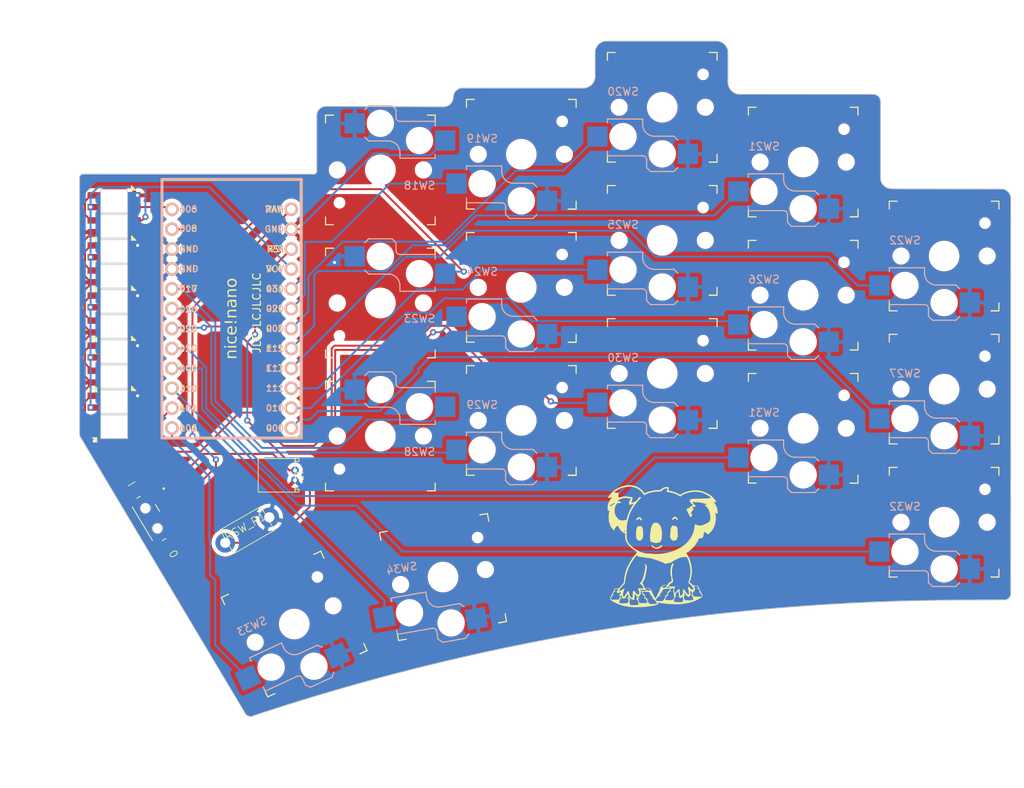
<source format=kicad_pcb>
(kicad_pcb (version 20221018) (generator pcbnew)
  (layers (0 "F.Cu" signal) (31 "B.Cu" signal) (34 "B.Paste" user) (35 "F.Paste" user) (36 "B.SilkS" user "B.Silkscreen") (37 "F.SilkS" user "F.Silkscreen") (38 "B.Mask" user) (39 "F.Mask" user) (44 "Edge.Cuts" user))
  (net 0 "")
  (net 1 "BAT+_R")
  (net 2 "GND_R")
  (net 3 "VCC_R")
  (net 4 "Net-(L11-DOUT)")
  (net 5 "LED_R")
  (net 6 "Net-(L12-DOUT)")
  (net 7 "Net-(L13-DOUT)")
  (net 8 "Net-(L14-DOUT)")
  (net 9 "Net-(L15-DOUT)")
  (net 10 "Net-(L16-DOUT)")
  (net 11 "Net-(L17-DOUT)")
  (net 12 "Net-(L18-DOUT)")
  (net 13 "Net-(L19-DOUT)")
  (net 15 "BAT_SW_R")
  (net 21 "RST_R")
  (net 22 "SW18")
  (net 23 "SW19")
  (net 24 "SW20")
  (net 25 "SW21")
  (net 26 "SW22")
  (net 27 "SW23")
  (net 28 "SW24")
  (net 29 "SW27")
  (net 30 "SW28")
  (net 31 "SW29")
  (net 32 "SW30")
  (net 33 "SW33")
  (net 34 "SW34")
  (net 35 "SW25")
  (net 36 "SW32")
  (net 37 "SW26")
  (net 38 "SW31")
  (footprint "KoalaKeeb:SK6812-MINI-E" (layer "F.Cu") (at 44 70.8 180)
    (fp_text reference "L20" hide)
    (fp_text value "~" hide)
    (fp_line (start -1.7 -1.5) (end 1.7 -1.5) (stroke (width 0.12)) (layer "Edge.Cuts"))
    (fp_line (start -1.7 1.5) (end -1.7 -1.5) (stroke (width 0.12)) (layer "Edge.Cuts"))
    (fp_line (start 1.7 -1.5) (end 1.7 1.5) (stroke (width 0.12)) (layer "Edge.Cuts"))
    (fp_line (start 1.7 1.5) (end -1.7 1.5) (stroke (width 0.12)) (layer "Edge.Cuts"))
  )
  (footprint "KoalaKeeb:Koalalogo" (layer "F.Cu") (at 114 86)
    (fp_text reference "G***" hide)
    (fp_text value "LOGO" hide)
  )
  (footprint "KoalaKeeb:JLC 2Pin" (layer "F.Cu") (at 67.096 77 -90)
    (fp_text reference "J2")
    (fp_text value "JLC_Battery_Con_R")
  )
  (footprint "KoalaKeeb:Kailh_socket_PG1350" (layer "F.Cu") (at 150 66)
    (fp_text reference "SW27")
    (fp_text value "Switch_SW_Push")
  )
  (footprint "KoalaKeeb:SK6812-MINI-E" (layer "F.Cu") (at 44 58 180)
    (fp_text reference "L16" hide)
    (fp_text value "~" hide)
    (fp_line (start -1.7 -1.5) (end 1.7 -1.5) (stroke (width 0.12)) (layer "Edge.Cuts"))
    (fp_line (start -1.7 1.5) (end -1.7 -1.5) (stroke (width 0.12)) (layer "Edge.Cuts"))
    (fp_line (start 1.7 -1.5) (end 1.7 1.5) (stroke (width 0.12)) (layer "Edge.Cuts"))
    (fp_line (start 1.7 1.5) (end -1.7 1.5) (stroke (width 0.12)) (layer "Edge.Cuts"))
  )
  (footprint "KoalaKeeb:SK6812-MINI-E" (layer "F.Cu") (at 44 54.8)
    (fp_text reference "L15" hide)
    (fp_text value "~" hide)
    (fp_line (start -1.7 -1.5) (end 1.7 -1.5) (stroke (width 0.12)) (layer "Edge.Cuts"))
    (fp_line (start -1.7 1.5) (end -1.7 -1.5) (stroke (width 0.12)) (layer "Edge.Cuts"))
    (fp_line (start 1.7 -1.5) (end 1.7 1.5) (stroke (width 0.12)) (layer "Edge.Cuts"))
    (fp_line (start 1.7 1.5) (end -1.7 1.5) (stroke (width 0.12)) (layer "Edge.Cuts"))
  )
  (footprint "KoalaKeeb:Kailh_socket_PG1350" (layer "F.Cu") (at 132 37)
    (fp_text reference "SW21")
    (fp_text value "Switch_SW_Push")
  )
  (footprint "KoalaKeeb:Kailh_socket_PG1350" (layer "F.Cu") (at 96 53)
    (fp_text reference "SW24")
    (fp_text value "Switch_SW_Push")
  )
  (footprint "KoalaKeeb:Kailh_socket_PG1350" (layer "F.Cu") (at 78 55 180)
    (fp_text reference "SW23")
    (fp_text value "Switch_SW_Push")
  )
  (footprint "KoalaKeeb:SK6812-MINI-E" (layer "F.Cu") (at 44 45.2 180)
    (fp_text reference "L12" hide)
    (fp_text value "~" hide)
    (fp_line (start -1.7 -1.5) (end 1.7 -1.5) (stroke (width 0.12)) (layer "Edge.Cuts"))
    (fp_line (start -1.7 1.5) (end -1.7 -1.5) (stroke (width 0.12)) (layer "Edge.Cuts"))
    (fp_line (start 1.7 -1.5) (end 1.7 1.5) (stroke (width 0.12)) (layer "Edge.Cuts"))
    (fp_line (start 1.7 1.5) (end -1.7 1.5) (stroke (width 0.12)) (layer "Edge.Cuts"))
  )
  (footprint "KoalaKeeb:SK6812-MINI-E" (layer "F.Cu") (at 44 42)
    (fp_text reference "L11" hide)
    (fp_text value "~" hide)
    (fp_line (start -1.7 -1.5) (end 1.7 -1.5) (stroke (width 0.12)) (layer "Edge.Cuts"))
    (fp_line (start -1.7 1.5) (end -1.7 -1.5) (stroke (width 0.12)) (layer "Edge.Cuts"))
    (fp_line (start 1.7 -1.5) (end 1.7 1.5) (stroke (width 0.12)) (layer "Edge.Cuts"))
    (fp_line (start 1.7 1.5) (end -1.7 1.5) (stroke (width 0.12)) (layer "Edge.Cuts"))
  )
  (footprint "KoalaKeeb:Kailh_socket_PG1350" (layer "F.Cu") (at 96 70)
    (fp_text reference "SW29")
    (fp_text value "Switch_SW_Push")
  )
  (footprint "KoalaKeeb:Kailh_socket_PG1350" (layer "F.Cu") (at 86 90 10)
    (fp_text reference "SW34")
    (fp_text value "Switch_SW_Push")
  )
  (footprint "KoalaKeeb:Kailh_socket_PG1350" (layer "F.Cu") (at 96 36)
    (fp_text reference "SW19")
    (fp_text value "Switch_SW_Push")
  )
  (footprint "KoalaKeeb:Kailh_socket_PG1350" (layer "F.Cu") (at 67 96 25)
    (fp_text reference "SW33")
    (fp_text value "Switch_SW_Push")
  )
  (footprint "KoalaKeeb:SK6812-MINI-E" (layer "F.Cu") (at 44 67.6)
    (fp_text reference "L19" hide)
    (fp_text value "~" hide)
    (fp_line (start -1.7 -1.5) (end 1.7 -1.5) (stroke (width 0.12)) (layer "Edge.Cuts"))
    (fp_line (start -1.7 1.5) (end -1.7 -1.5) (stroke (width 0.12)) (layer "Edge.Cuts"))
    (fp_line (start 1.7 -1.5) (end 1.7 1.5) (stroke (width 0.12)) (layer "Edge.Cuts"))
    (fp_line (start 1.7 1.5) (end -1.7 1.5) (stroke (width 0.12)) (layer "Edge.Cuts"))
  )
  (footprint "KoalaKeeb:MSK12C02" (layer "F.Cu") (at 48.76 82.5 -59)
    (fp_text reference "power_switch_R1" hide)
    (fp_text value "MSK12C02" hide)
  )
  (footprint "KoalaKeeb:Kailh_socket_PG1350" (layer "F.Cu") (at 132 54)
    (fp_text reference "SW26")
    (fp_text value "Switch_SW_Push")
  )
  (footprint "KoalaKeeb:Kailh_socket_PG1350" (layer "F.Cu") (at 114 64)
    (fp_text reference "SW30")
    (fp_text value "Switch_SW_Push")
  )
  (footprint "KoalaKeeb:SK6812-MINI-E" (layer "F.Cu") (at 44 64.4 180)
    (fp_text reference "L18" hide)
    (fp_text value "~" hide)
    (fp_line (start -1.7 -1.5) (end 1.7 -1.5) (stroke (width 0.12)) (layer "Edge.Cuts"))
    (fp_line (start -1.7 1.5) (end -1.7 -1.5) (stroke (width 0.12)) (layer "Edge.Cuts"))
    (fp_line (start 1.7 -1.5) (end 1.7 1.5) (stroke (width 0.12)) (layer "Edge.Cuts"))
    (fp_line (start 1.7 1.5) (end -1.7 1.5) (stroke (width 0.12)) (layer "Edge.Cuts"))
  )
  (footprint "KoalaKeeb:SK6812-MINI-E" (layer "F.Cu") (at 44 48.4)
    (fp_text reference "L13" hide)
    (fp_text value "~" hide)
    (fp_line (start -1.7 -1.5) (end 1.7 -1.5) (stroke (width 0.12)) (layer "Edge.Cuts"))
    (fp_line (start -1.7 1.5) (end -1.7 -1.5) (stroke (width 0.12)) (layer "Edge.Cuts"))
    (fp_line (start 1.7 -1.5) (end 1.7 1.5) (stroke (width 0.12)) (layer "Edge.Cuts"))
    (fp_line (start 1.7 1.5) (end -1.7 1.5) (stroke (width 0.12)) (layer "Edge.Cuts"))
  )
  (footprint "KoalaKeeb:Kailh_socket_PG1350" (layer "F.Cu") (at 132 71)
    (fp_text reference "SW31")
    (fp_text value "Switch_SW_Push")
  )
  (footprint "KoalaKeeb:Kailh_socket_PG1350" (layer "F.Cu") (at 78 72 180)
    (fp_text reference "SW28")
    (fp_text value "Switch_SW_Push")
  )
  (footprint "KoalaKeeb:Kailh_socket_PG1350" (layer "F.Cu") (at 150 83)
    (fp_text reference "SW32")
    (fp_text value "Switch_SW_Push")
  )
  (footprint "KoalaKeeb:SK6812-MINI-E" (layer "F.Cu") (at 44 51.6 180)
    (fp_text reference "L14" hide)
    (fp_text value "~" hide)
    (fp_line (start -1.7 -1.5) (end 1.7 -1.5) (stroke (width 0.12)) (layer "Edge.Cuts"))
    (fp_line (start -1.7 1.5) (end -1.7 -1.5) (stroke (width 0.12)) (layer "Edge.Cuts"))
    (fp_line (start 1.7 -1.5) (end 1.7 1.5) (stroke (width 0.12)) (layer "Edge.Cuts"))
    (fp_line (start 1.7 1.5) (end -1.7 1.5) (stroke (width 0.12)) (layer "Edge.Cuts"))
  )
  (footprint "KoalaKeeb:Kailh_socket_PG1350" (layer "F.Cu") (at 78 38 180)
    (fp_text reference "SW18")
    (fp_text value "Switch_SW_Push")
  )
  (footprint "KoalaKeeb:TS-1136-4.3" (layer "F.Cu") (at 61 84 30)
    (fp_text reference "RSW_R1")
    (fp_text value "Switch_SW_Push")
  )
  (footprint "KoalaKeeb:nice!nano" (layer "F.Cu") (at 59 57 -90)
    (fp_text reference "U2" hide)
    (fp_text value "Nice!Nano_R" hide)
  )
  (footprint "KoalaKeeb:Kailh_socket_PG1350" (layer "F.Cu") (at 114 30)
    (fp_text reference "SW20")
    (fp_text value "Switch_SW_Push")
  )
  (footprint "KoalaKeeb:Kailh_socket_PG1350" (layer "F.Cu") (at 114 47)
    (fp_text reference "SW25")
    (fp_text value "Switch_SW_Push")
  )
  (footprint "KoalaKeeb:Kailh_socket_PG1350" (layer "F.Cu") (at 150 49)
    (fp_text reference "SW22")
    (fp_text value "Switch_SW_Push")
  )
  (footprint "KoalaKeeb:SK6812-MINI-E" (layer "F.Cu") (at 44 61.2)
    (fp_text reference "L17" hide)
    (fp_text value "~" hide)
    (fp_line (start -1.7 -1.5) (end 1.7 -1.5) (stroke (width 0.12)) (layer "Edge.Cuts"))
    (fp_line (start -1.7 1.5) (end -1.7 -1.5) (stroke (width 0.12)) (layer "Edge.Cuts"))
    (fp_line (start 1.7 -1.5) (end 1.7 1.5) (stroke (width 0.12)) (layer "Edge.Cuts"))
    (fp_line (start 1.7 1.5) (end -1.7 1.5) (stroke (width 0.12)) (layer "Edge.Cuts"))
  )
  (gr_arc (start 123.91397 28.329603) (mid 122.85331 27.890263) (end 122.41397 26.829603) (stroke (width 0.1)) (layer "Edge.Cuts"))
  (gr_line (start 158.51397 51.829603) (end 158.51397 59.029603) (stroke (width 0.1)) (layer "Edge.Cuts"))
  (gr_line (start 60.77397 107.489603) (end 39.86397 72.429603) (stroke (width 0.1)) (layer "Edge.Cuts"))
  (gr_line (start 157.313983 40.425439) (end 145.12397 40.409603) (stroke (width 0.1)) (layer "Edge.Cuts"))
  (gr_arc (start 39.57397 38.999603) (mid 39.714548 38.660172) (end 40.05397 38.519603) (stroke (width 0.1)) (layer "Edge.Cuts"))
  (gr_arc (start 143.26397 40.389639) (mid 142.291679 39.988965) (end 141.88397 39.019603) (stroke (width 0.1)) (layer "Edge.Cuts"))
  (gr_line (start 153.01397 92.956004) (end 157.71397 92.929603) (stroke (width 0.1)) (layer "Edge.Cuts"))
  (gr_arc (start 69.873897 38.138752) (mid 69.7697 38.424719) (end 69.48397 38.529602) (stroke (width 0.1)) (layer "Edge.Cuts"))
  (gr_arc (start 105.41397 26.129603) (mid 104.965357 27.12389) (end 103.95331 27.530862) (stroke (width 0.1)) (layer "Edge.Cuts"))
  (gr_arc (start 140.99397 28.339604) (mid 141.623931 28.606713) (end 141.884025 29.239603) (stroke (width 0.1)) (layer "Edge.Cuts"))
  (gr_line (start 143.26397 40.389639) (end 145.12397 40.409603) (stroke (width 0.1)) (layer "Edge.Cuts"))
  (gr_line (start 86.062501 29.926505) (end 71.065439 29.876913) (stroke (width 0.1)) (layer "Edge.Cuts"))
  (gr_arc (start 158.51 92.05) (mid 158.307132 92.666407) (end 157.71397 92.929603) (stroke (width 0.1)) (layer "Edge.Cuts"))
  (gr_line (start 39.619263 72.011957) (end 39.86397 72.429603) (stroke (width 0.1)) (layer "Edge.Cuts"))
  (gr_line (start 39.57397 38.999603) (end 39.57397 71.809603) (stroke (width 0.1)) (layer "Edge.Cuts"))
  (gr_arc (start 69.86128 31.081072) (mid 70.213968 30.229593) (end 71.065439 29.876913) (stroke (width 0.1)) (layer "Edge.Cuts"))
  (gr_arc (start 157.313983 40.425439) (mid 158.165434 40.778141) (end 158.518121 41.629598) (stroke (width 0.1)) (layer "Edge.Cuts"))
  (gr_line (start 69.24397 38.529603) (end 69.48397 38.529603) (stroke (width 0.1)) (layer "Edge.Cuts"))
  (gr_line (start 122.41397 26.829603) (end 122.41397 23.029603) (stroke (width 0.1)) (layer "Edge.Cuts"))
  (gr_line (start 158.51 92.05) (end 158.51397 59.029603) (stroke (width 0.1)) (layer "Edge.Cuts"))
  (gr_arc (start 87.309811 28.729603) (mid 86.926826 29.578852) (end 86.062501 29.926505) (stroke (width 0.1)) (layer "Edge.Cuts"))
  (gr_arc (start 61.810898 107.720388) (mid 106.818766 96.670971) (end 153.01397 92.956004) (stroke (width 0.1)) (layer "Edge.Cuts"))
  (gr_arc (start 120.91397 21.529603) (mid 121.97463 21.968943) (end 122.41397 23.029603) (stroke (width 0.1)) (layer "Edge.Cuts"))
  (gr_line (start 103.95331 27.530862) (end 88.51397 27.529603) (stroke (width 0.1)) (layer "Edge.Cuts"))
  (gr_arc (start 39.619263 72.011957) (mid 39.584232 71.913551) (end 39.57397 71.809603) (stroke (width 0.1)) (layer "Edge.Cuts"))
  (gr_arc (start 61.810898 107.720387) (mid 61.249169 107.800791) (end 60.775279 107.488657) (stroke (width 0.1)) (layer "Edge.Cuts"))
  (gr_line (start 120.91397 21.529603) (end 106.91397 21.529603) (stroke (width 0.1)) (layer "Edge.Cuts"))
  (gr_line (start 140.99397 28.339603) (end 123.91397 28.329603) (stroke (width 0.1)) (layer "Edge.Cuts"))
  (gr_arc (start 87.309811 28.729603) (mid 87.66249 27.878115) (end 88.51397 27.525444) (stroke (width 0.1)) (layer "Edge.Cuts"))
  (gr_arc (start 105.41397 23.029603) (mid 105.85331 21.968943) (end 106.91397 21.529603) (stroke (width 0.1)) (layer "Edge.Cuts"))
  (gr_line (start 69.86128 31.081072) (end 69.86397 38.139603) (stroke (width 0.1)) (layer "Edge.Cuts"))
  (gr_line (start 105.41397 23.029603) (end 105.41397 26.129603) (stroke (width 0.1)) (layer "Edge.Cuts"))
  (gr_line (start 158.518121 41.629598) (end 158.51397 51.829603) (stroke (width 0.1)) (layer "Edge.Cuts"))
  (gr_line (start 141.884025 29.239603) (end 141.88397 39.019603) (stroke (width 0.1)) (layer "Edge.Cuts"))
  (gr_line (start 40.05397 38.519603) (end 69.24397 38.529603) (stroke (width 0.1)) (layer "Edge.Cuts"))
  (gr_text "JLCJLCJLCJLC" (at 62.8 61.5 90) (layer "F.SilkS") (effects (font (size 1 1)) (justify left bottom)))
  (segment (start 50.017843 79.618553) (end 49.186924 79.618553) (width 0.25) (layer "F.Cu") (net 1))
  (segment (start 55.361396 74.275) (end 50.017843 79.618553) (width 0.25) (layer "F.Cu") (net 1))
  (segment (start 55.361396 74.275) (end 64.275 74.275) (width 0.25) (layer "F.Cu") (net 1))
  (segment (start 66.375 76.375) (end 67.096 76.375) (width 0.25) (layer "F.Cu") (net 1))
  (segment (start 64.275 74.275) (end 66.375 76.375) (width 0.25) (layer "F.Cu") (net 1))
  (segment (start 41.45 71.55) (end 41.45 72.6) (width 0.25) (layer "F.Cu") (net 2))
  (segment (start 41.04 52.35) (end 41.45 52.35) (width 0.25) (layer "F.Cu") (net 2))
  (segment (start 41.45 72.6) (end 41.47 72.62) (width 0.25) (layer "F.Cu") (net 2))
  (segment (start 41.04 58.75) (end 41.45 58.75) (width 0.25) (layer "F.Cu") (net 2))
  (segment (start 41.24 52.35) (end 39.805 53.785) (width 0.25) (layer "F.Cu") (net 2))
  (segment (start 39.825 70.335) (end 41.04 71.55) (width 0.25) (layer "F.Cu") (net 2))
  (segment (start 40.68 46.51) (end 39.825 47.365) (width 0.25) (layer "F.Cu") (net 2))
  (segment (start 39.805 57.515) (end 41.04 58.75) (width 0.25) (layer "F.Cu") (net 2))
  (segment (start 41.45 58.75) (end 41.24 58.75) (width 0.25) (layer "F.Cu") (net 2))
  (segment (start 39.825 47.365) (end 39.825 51.135) (width 0.25) (layer "F.Cu") (net 2))
  (segment (start 41.47 72.65) (end 41.5 72.65) (width 0.25) (layer "F.Cu") (net 2))
  (segment (start 39.825 51.135) (end 41.04 52.35) (width 0.25) (layer "F.Cu") (net 2))
  (segment (start 41.24 65.15) (end 39.825 66.565) (width 0.25) (layer "F.Cu") (net 2))
  (segment (start 39.805 53.785) (end 39.805 57.515) (width 0.25) (layer "F.Cu") (net 2))
  (segment (start 41.45 65.15) (end 41.24 65.15) (width 0.25) (layer "F.Cu") (net 2))
  (segment (start 39.825 66.565) (end 39.825 70.335) (width 0.25) (layer "F.Cu") (net 2))
  (segment (start 39.815 63.925) (end 41.04 65.15) (width 0.25) (layer "F.Cu") (net 2))
  (segment (start 41.47 72.62) (end 41.47 72.65) (width 0.25) (layer "F.Cu") (net 2))
  (segment (start 41.45 46.51) (end 40.68 46.51) (width 0.25) (layer "F.Cu") (net 2))
  (segment (start 41.04 71.55) (end 41.45 71.55) (width 0.25) (layer "F.Cu") (net 2))
  (segment (start 41.45 45.95) (end 41.45 46.51) (width 0.25) (layer "F.Cu") (net 2))
  (segment (start 41.04 65.15) (end 41.45 65.15) (width 0.25) (layer "F.Cu") (net 2))
  (segment (start 67.89 45.57) (end 66.62 45.57) (width 0.25) (layer "F.Cu") (net 2))
  (segment (start 41.45 52.35) (end 41.24 52.35) (width 0.25) (layer "F.Cu") (net 2))
  (segment (start 39.815 60.175) (end 39.815 63.925) (width 0.25) (layer "F.Cu") (net 2))
  (segment (start 41.24 58.75) (end 39.815 60.175) (width 0.25) (layer "F.Cu") (net 2))
  (segment (start 72.14 49.82) (end 67.89 45.57) (width 0.25) (layer "F.Cu") (net 2))
  (segment (start 41.5 72.65) (end 41.48 72.63) (width 0.25) (layer "F.Cu") (net 2))
  (via (at 72.14 49.82) (size 0.8) (drill 0.4) (layers "F.Cu" "B.Cu") (net 2))
  (via (at 46.99 47.64) (size 0.8) (drill 0.4) (layers "F.Cu" "B.Cu") (net 2))
  (via (at 46.99 54.06) (size 0.8) (drill 0.4) (layers "F.Cu" "B.Cu") (net 2))
  (via (at 46.99 60.45) (size 0.8) (drill 0.4) (layers "F.Cu" "B.Cu") (net 2))
  (via (at 46.97 41.24) (size 0.8) (drill 0.4) (layers "F.Cu" "B.Cu") (net 2))
  (via (at 41.47 72.65) (size 0.8) (drill 0.4) (layers "F.Cu" "B.Cu") (net 2))
  (via (at 46.99 66.85) (size 0.8) (drill 0.4) (layers "F.Cu" "B.Cu") (net 2))
  (segment (start 47.55 44.45) (end 48 44) (width 0.25) (layer "F.Cu") (net 3))
  (segment (start 46.99 70.05) (end 46.55 70.05) (width 0.25) (layer "F.Cu") (net 3))
  (segment (start 48.175 52.035) (end 48.175 55.835) (width 0.25) (layer "F.Cu") (net 3))
  (segment (start 46.96 63.65) (end 46.55 63.65) (width 0.25) (layer "F.Cu") (net 3))
  (segment (start 46.99 63.65) (end 48.175 64.835) (width 0.25) (layer "F.Cu") (net 3))
  (segment (start 46.96 44.45) (end 48.175 45.665) (width 0.25) (layer "F.Cu") (net 3))
  (segment (start 46.76 57.25) (end 46.55 57.25) (width 0.25) (layer "F.Cu") (net 3))
  (segment (start 46.55 50.85) (end 46.99 50.85) (width 0.25) (layer "F.Cu") (net 3))
  (segment (start 48.175 49.435) (end 46.76 50.85) (width 0.25) (layer "F.Cu") (net 3))
  (segment (start 48.175 55.835) (end 46.76 57.25) (width 0.25) (layer "F.Cu") (net 3))
  (segment (start 48.18 58.44) (end 48.18 62.43) (width 0.25) (layer "F.Cu") (net 3))
  (segment (start 46.99 57.25) (end 48.18 58.44) (width 0.25) (layer "F.Cu") (net 3))
  (segment (start 46.55 63.65) (end 46.99 63.65) (width 0.25) (layer "F.Cu") (net 3))
  (segment (start 48.175 45.665) (end 48.175 49.435) (width 0.25) (layer "F.Cu") (net 3))
  (segment (start 46.55 57.25) (end 46.99 57.25) (width 0.25) (layer "F.Cu") (net 3))
  (segment (start 48.175 68.865) (end 46.99 70.05) (width 0.25) (layer "F.Cu") (net 3))
  (segment (start 46.55 44.45) (end 47.55 44.45) (width 0.25) (layer "F.Cu") (net 3))
  (segment (start 48.175 64.835) (end 48.175 68.865) (width 0.25) (layer "F.Cu") (net 3))
  (segment (start 46.55 44.45) (end 46.96 44.45) (width 0.25) (layer "F.Cu") (net 3))
  (segment (start 48.18 62.43) (end 46.96 63.65) (width 0.25) (layer "F.Cu") (net 3))
  (segment (start 46.99 50.85) (end 48.175 52.035) (width 0.25) (layer "F.Cu") (net 3))
  (segment (start 46.76 50.85) (end 46.55 50.85) (width 0.25) (layer "F.Cu") (net 3))
  (via (at 41 49.14) (size 0.8) (drill 0.4) (layers "F.Cu" "B.Cu") (net 3))
  (via (at 40.99 61.95) (size 0.8) (drill 0.4) (layers "F.Cu" "B.Cu") (net 3))
  (via (at 41.02 68.34) (size 0.8) (drill 0.4) (layers "F.Cu" "B.Cu") (net 3))
  (via (at 40.99 42.74) (size 0.8) (drill 0.4) (layers "F.Cu" "B.Cu") (net 3))
  (via (at 40.98 55.54) (size 0.8) (drill 0.4) (layers "F.Cu" "B.Cu") (net 3))
  (via (at 48 44) (size 0.8) (drill 0.4) (layers "F.Cu" "B.Cu") (net 3))
  (segment (start 40.99 49.13) (end 41 49.14) (width 0.25) (layer "B.Cu") (net 3))
  (segment (start 41.96 40.19) (end 48 40.19) (width 0.25) (layer "B.Cu") (net 3))
  (segment (start 48 44) (end 48 40.19) (width 0.25) (layer "B.Cu") (net 3))
  (segment (start 56.16 40.19) (end 66.62 50.65) (width 0.25) (layer "B.Cu") (net 3))
  (segment (start 40.99 42.74) (end 40.99 49.13) (width 0.25) (layer "B.Cu") (net 3))
  (segment (start 40.98 61.94) (end 40.99 61.95) (width 0.25) (layer "B.Cu") (net 3))
  (segment (start 40.99 61.95) (end 40.99 68.31) (width 0.25) (layer "B.Cu") (net 3))
  (segment (start 48 40.19) (end 56.16 40.19) (width 0.25) (layer "B.Cu") (net 3))
  (segment (start 40.99 68.31) (end 41.02 68.34) (width 0.25) (layer "B.Cu") (net 3))
  (segment (start 41 55.52) (end 40.98 55.54) (width 0.25) (layer "B.Cu") (net 3))
  (segment (start 40.99 41.16) (end 41.96 40.19) (width 0.25) (layer "B.Cu") (net 3))
  (segment (start 40.98 55.54) (end 40.98 61.94) (width 0.25) (layer "B.Cu") (net 3))
  (segment (start 41 49.14) (end 41 55.52) (width 0.25) (layer "B.Cu") (net 3))
  (segment (start 40.99 42.74) (end 40.99 41.16) (width 0.25) (layer "B.Cu") (net 3))
  (segment (start 40.265 41.995) (end 40.265 43.705) (width 0.25) (layer "F.Cu") (net 4))
  (segment (start 41.45 41.25) (end 41.01 41.25) (width 0.25) (layer "F.Cu") (net 4))
  (segment (start 41.45 41.25) (end 41.04 41.25) (width 0.25) (layer "F.Cu") (net 4))
  (segment (start 41.04 41.25) (end 40.265 42.025) (width 0.25) (layer "F.Cu") (net 4))
  (segment (start 41.01 41.25) (end 40.265 41.995) (width 0.25) (layer "F.Cu") (net 4))
  (segment (start 40.265 42.025) (end 40.265 43.705) (width 0.25) (layer "F.Cu") (net 4))
  (segment (start 40.265 43.705) (end 41.01 44.45) (width 0.25) (layer "F.Cu") (net 4))
  (segment (start 41.01 44.45) (end 41.45 44.45) (width 0.25) (layer "F.Cu") (net 4))
  (segment (start 51.1 42.75) (end 51.38 43.03) (width 0.25) (layer "F.Cu") (net 5))
  (segment (start 46.55 42.75) (end 51.1 42.75) (width 0.25) (layer "F.Cu") (net 5))
  (segment (start 46.55 45.95) (end 47.725 47.125) (width 0.25) (layer "F.Cu") (net 6))
  (segment (start 47.725 48.074533) (end 46.649533 49.15) (width 0.25) (layer "F.Cu") (net 6))
  (segment (start 46.649533 49.15) (end 46.55 49.15) (width 0.25) (layer "F.Cu") (net 6))
  (segment (start 47.725 47.125) (end 47.725 48.074533) (width 0.25) (layer "F.Cu") (net 6))
  (segment (start 41.01 50.85) (end 41.45 50.85) (width 0.25) (layer "F.Cu") (net 7))
  (segment (start 41.45 47.65) (end 41.04 47.65) (width 0.25) (layer "F.Cu") (net 7))
  (segment (start 41.04 47.65) (end 40.275 48.415) (width 0.25) (layer "F.Cu") (net 7))
  (segment (start 40.275 50.115) (end 41.01 50.85) (width 0.25) (layer "F.Cu") (net 7))
  (segment (start 40.275 48.415) (end 40.275 50.115) (width 0.25) (layer "F.Cu") (net 7))
  (segment (start 46.55 52.35) (end 47.725 53.525) (width 0.25) (layer "F.Cu") (net 8))
  (segment (start 47.725 53.525) (end 47.725 54.474533) (width 0.25) (layer "F.Cu") (net 8))
  (segment (start 47.725 54.474533) (end 46.649533 55.55) (width 0.25) (layer "F.Cu") (net 8))
  (segment (start 46.649533 55.55) (end 46.55 55.55) (width 0.25) (layer "F.Cu") (net 8))
  (segment (start 41.01 57.25) (end 41.45 57.25) (width 0.25) (layer "F.Cu") (net 9))
  (segment (start 40.95 54.05) (end 41.45 54.05) (width 0.25) (layer "F.Cu") (net 9))
  (segment (start 40.255 54.835) (end 40.255 56.495) (width 0.25) (layer "F.Cu") (net 9))
  (segment (start 41.04 54.05) (end 40.255 54.835) (width 0.25) (layer "F.Cu") (net 9))
  (segment (start 41.45 54.05) (end 41.04 54.05) (width 0.25) (layer "F.Cu") (net 9))
  (segment (start 40.255 56.495) (end 41.01 57.25) (width 0.25) (layer "F.Cu") (net 9))
  (segment (start 46.99 61.95) (end 46.55 61.95) (width 0.25) (layer "F.Cu") (net 10))
  (segment (start 47.725 61.215) (end 46.99 61.95) (width 0.25) (layer "F.Cu") (net 10))
  (segment (start 47.725 59.925) (end 47.725 61.215) (width 0.25) (layer "F.Cu") (net 10))
  (segment (start 46.55 58.75) (end 47.725 59.925) (width 0.25) (layer "F.Cu") (net 10))
  (segment (start 40.92 60.45) (end 40.265 61.105) (width 0.25) (layer "F.Cu") (net 11))
  (segment (start 40.265 62.705) (end 41.21 63.65) (width 0.25) (layer "F.Cu") (net 11))
  (segment (start 40.265 61.105) (end 40.265 62.705) (width 0.25) (layer "F.Cu") (net 11))
  (segment (start 41.45 60.45) (end 40.92 60.45) (width 0.25) (layer "F.Cu") (net 11))
  (segment (start 41.21 63.65) (end 41.45 63.65) (width 0.25) (layer "F.Cu") (net 11))
  (segment (start 47.725 67.615) (end 46.99 68.35) (width 0.25) (layer "F.Cu") (net 12))
  (segment (start 46.55 65.15) (end 47.725 66.325) (width 0.25) (layer "F.Cu") (net 12))
  (segment (start 46.99 68.35) (end 46.55 68.35) (width 0.25) (layer "F.Cu") (net 12))
  (segment (start 47.725 66.325) (end 47.725 67.615) (width 0.25) (layer "F.Cu") (net 12))
  (segment (start 41.01 70.05) (end 40.275 69.315) (width 0.25) (layer "F.Cu") (net 13))
  (segment (start 41.04 66.85) (end 41.45 66.85) (width 0.25) (layer "F.Cu") (net 13))
  (segment (start 40.275 69.315) (end 40.275 67.615) (width 0.25) (layer "F.Cu") (net 13))
  (segment (start 40.275 67.615) (end 41.04 66.85) (width 0.25) (layer "F.Cu") (net 13))
  (segment (start 41.45 70.05) (end 41.01 70.05) (width 0.25) (layer "F.Cu") (net 13))
  (segment (start 66.62 43.03) (end 54 55.65) (width 0.25) (layer "F.Cu") (net 15))
  (segment (start 54 57) (end 54 72) (width 0.25) (layer "F.Cu") (net 15))
  (segment (start 50.732038 82.190055) (end 57 75.922093) (width 0.25) (layer "F.Cu") (net 15))
  (segment (start 57 75.922093) (end 57 75) (width 0.25) (layer "F.Cu") (net 15))
  (segment (start 54 55.65) (end 54 57) (width 0.25) (layer "F.Cu") (net 15))
  (via (at 54 72) (size 0.8) (drill 0.4) (layers "F.Cu" "B.Cu") (net 15))
  (via (at 57 75) (size 0.8) (drill 0.4) (layers "F.Cu" "B.Cu") (net 15))
  (segment (start 54 72) (end 57 75) (width 0.25) (layer "B.Cu") (net 15))
  (segment (start 64.375 85.625) (end 58.185417 85.625) (width 0.25) (layer "F.Cu") (net 21))
  (segment (start 69 81) (end 64.375 85.625) (width 0.25) (layer "F.Cu") (net 21))
  (segment (start 69 75) (end 69 81) (width 0.25) (layer "F.Cu") (net 21))
  (segment (start 61 70) (end 66 75) (width 0.25) (layer "F.Cu") (net 21))
  (segment (start 66 75) (end 69 75) (width 0.25) (layer "F.Cu") (net 21))
  (segment (start 62 52.73) (end 62 59) (width 0.25) (layer "F.Cu") (net 21))
  (segment (start 66.62 48.11) (end 62 52.73) (width 0.25) (layer "F.Cu") (net 21))
  (via (at 62 59) (size 0.8) (drill 0.4) (layers "F.Cu" "B.Cu") (net 21))
  (via (at 61 70) (size 0.8) (drill 0.4) (layers "F.Cu" "B.Cu") (net 21))
  (segment (start 62 59) (end 61 60) (width 0.25) (layer "B.Cu") (net 21))
  (segment (start 61 69) (end 61 70) (width 0.25) (layer "B.Cu") (net 21))
  (segment (start 61 60) (end 61 69) (width 0.25) (layer "B.Cu") (net 21))
  (segment (start 86.275 34.25) (end 84.4 36.125) (width 0.25) (layer "B.Cu") (net 22))
  (segment (start 79.079999 36.125) (end 78.854999 35.9) (width 0.25) (layer "B.Cu") (net 22))
  (segment (start 78.854999 35.9) (end 77.145001 35.9) (width 0.25) (layer "B.Cu") (net 22))
  (segment (start 77.145001 35.9) (end 67.84 45.205001) (width 0.25) (layer "B.Cu") (net 22))
  (segment (start 67.84 45.205001) (end 67.84 51.97) (width 0.25) (layer "B.Cu") (net 22))
  (segment (start 67.84 51.97) (end 66.62 53.19) (width 0.25) (layer "B.Cu") (net 22))
  (segment (start 84.4 36.125) (end 79.079999 36.125) (width 0.25) (layer "B.Cu") (net 22))
  (segment (start 68.35 54) (end 66.62 55.73) (width 0.25) (layer "B.Cu") (net 23))
  (segment (start 68.35 47.19) (end 68.35 54) (width 0.25) (layer "B.Cu") (net 23))
  (segment (start 87.725 39.75) (end 79.204999 39.75) (width 0.25) (layer "B.Cu") (net 23))
  (segment (start 79.204999 39.75) (end 71.764999 47.19) (width 0.25) (layer "B.Cu") (net 23))
  (segment (start 71.764999 47.19) (end 68.35 47.19) (width 0.25) (layer "B.Cu") (net 23))
  (segment (start 68.8 56.09) (end 66.62 58.27) (width 0.25) (layer "B.Cu") (net 24))
  (segment (start 101.3855 38.0895) (end 95.31215 38.0895) (width 0.25) (layer "B.Cu") (net 24))
  (segment (start 95.31215 38.0895) (end 86.235952 47.165698) (width 0.25) (layer "B.Cu") (net 24))
  (segment (start 86.235952 47.165698) (end 73.184302 47.165698) (width 0.25) (layer "B.Cu") (net 24))
  (segment (start 68.8 51.55) (end 68.8 56.09) (width 0.25) (layer "B.Cu") (net 24))
  (segment (start 105.725 33.75) (end 101.3855 38.0895) (width 0.25) (layer "B.Cu") (net 24))
  (segment (start 73.184302 47.165698) (end 68.8 51.55) (width 0.25) (layer "B.Cu") (net 24))
  (segment (start 69.538198 57.891802) (end 66.62 60.81) (width 0.25) (layer "B.Cu") (net 25))
  (segment (start 70.061396 50.925) (end 69.538198 51.448198) (width 0.25) (layer "B.Cu") (net 25))
  (segment (start 120.65 43.825) (end 90.213046 43.825) (width 0.25) (layer "B.Cu") (net 25))
  (segment (start 78.77665 50.925) (end 70.061396 50.925) (width 0.25) (layer "B.Cu") (net 25))
  (segment (start 69.538198 51.448198) (end 69.538198 57.891802) (width 0.25) (layer "B.Cu") (net 25))
  (segment (start 90.213046 43.825) (end 86.422348 47.615698) (width 0.25) (layer "B.Cu") (net 25))
  (segment (start 86.422348 47.615698) (end 82.085952 47.615698) (width 0.25) (layer "B.Cu") (net 25))
  (segment (start 123.725 40.75) (end 120.65 43.825) (width 0.25) (layer "B.Cu") (net 25))
  (segment (start 82.085952 47.615698) (end 78.77665 50.925) (width 0.25) (layer "B.Cu") (net 25))
  (segment (start 135.27871 49.0895) (end 113.134501 49.0895) (width 0.25) (layer "B.Cu") (net 26))
  (segment (start 138.93921 52.75) (end 135.27871 49.0895) (width 0.25) (layer "B.Cu") (net 26))
  (segment (start 88.904442 45.77) (end 85.555419 49.119023) (width 0.25) (layer "B.Cu") (net 26))
  (segment (start 113.134501 49.0895) (end 109.815001 45.77) (width 0.25) (layer "B.Cu") (net 26))
  (segment (start 78.963046 51.375) (end 78.595 51.375) (width 0.25) (layer "B.Cu") (net 26))
  (segment (start 81.219023 49.119023) (end 78.963046 51.375) (width 0.25) (layer "B.Cu") (net 26))
  (segment (start 109.815001 45.77) (end 88.904442 45.77) (width 0.25) (layer "B.Cu") (net 26))
  (segment (start 85.555419 49.119023) (end 81.219023 49.119023) (width 0.25) (layer "B.Cu") (net 26))
  (segment (start 141.725 52.75) (end 138.93921 52.75) (width 0.25) (layer "B.Cu") (net 26))
  (segment (start 78.595 51.375) (end 66.62 63.35) (width 0.25) (layer "B.Cu") (net 26))
  (segment (start 88.61 50.99) (end 88.65 50.99) (width 0.25) (layer "F.Cu") (net 27))
  (segment (start 88.65 51.03) (end 88.58 50.96) (width 0.25) (layer "F.Cu") (net 27))
  (segment (start 60.8 45.57) (end 65.91 40.46) (width 0.25) (layer "F.Cu") (net 27))
  (segment (start 88.65 50.99) (end 88.65 51.03) (width 0.25) (layer "F.Cu") (net 27))
  (segment (start 78.08 40.46) (end 88.61 50.99) (width 0.25) (layer "F.Cu") (net 27))
  (segment (start 51.38 45.57) (end 60.8 45.57) (width 0.25) (layer "F.Cu") (net 27))
  (segment (start 65.91 40.46) (end 78.08 40.46) (width 0.25) (layer "F.Cu") (net 27))
  (via (at 88.65 50.99) (size 0.8) (drill 0.4) (layers "F.Cu" "B.Cu") (net 27))
  (segment (start 86.535 50.99) (end 86.275 51.25) (width 0.25) (layer "B.Cu") (net 27))
  (segment (start 88.65 50.99) (end 86.535 50.99) (width 0.25) (layer "B.Cu") (net 27))
  (segment (start 55 74) (end 50 74) (width 0.25) (layer "F.Cu") (net 28))
  (segment (start 65.613604 73.25) (end 64 71.636396) (width 0.25) (layer "F.Cu") (net 28))
  (segment (start 49 73) (end 49 70.81) (width 0.25) (layer "F.Cu") (net 28))
  (segment (start 72.23 60.99) (end 72.23 70.536316) (width 0.25) (layer "F.Cu") (net 28))
  (segment (start 82.44 60.99) (end 72.23 60.99) (width 0.25) (layer "F.Cu") (net 28))
  (segment (start 50 74) (end 49 73) (width 0.25) (layer "F.Cu") (net 28))
  (segment (start 64 71.636396) (end 64 71) (width 0.25) (layer "F.Cu") (net 28))
  (segment (start 60 69) (end 55 74) (width 0.25) (layer "F.Cu") (net 28))
  (segment (start 84.69 58.74) (end 82.44 60.99) (width 0.25) (layer "F.Cu") (net 28))
  (segment (start 84.73 58.74) (end 84.69 58.74) (width 0.25) (layer "F.Cu") (net 28))
  (segment (start 49 70.81) (end 51.38 68.43) (width 0.25) (layer "F.Cu") (net 28))
  (segment (start 72.23 70.536316) (end 69.516316 73.25) (width 0.25) (layer "F.Cu") (net 28))
  (segment (start 69.516316 73.25) (end 65.613604 73.25) (width 0.25) (layer "F.Cu") (net 28))
  (segment (start 64 71) (end 62 69) (width 0.25) (layer "F.Cu") (net 28))
  (segment (start 62 69) (end 60 69) (width 0.25) (layer "F.Cu") (net 28))
  (via (at 84.73 58.74) (size 0.8) (drill 0.4) (layers "F.Cu" "B.Cu") (net 28))
  (segment (start 84.76 58.73) (end 84.73 58.74) (width 0.25) (layer "B.Cu") (net 28))
  (segment (start 84.74 58.73) (end 84.75 58.73) (width 0.25) (layer "B.Cu") (net 28))
  (segment (start 85.745 58.73) (end 87.725 56.75) (width 0.25) (layer "B.Cu") (net 28))
  (segment (start 84.73 58.74) (end 84.74 58.73) (width 0.25) (layer "B.Cu") (net 28))
  (segment (start 85.745 58.73) (end 84.76 58.73) (width 0.25) (layer "B.Cu") (net 28))
  (segment (start 133.8855 61.9105) (end 141.725 69.75) (width 0.25) (layer "B.Cu") (net 29))
  (segment (start 66.62 70.97) (end 67.6795 69.9105) (width 0.25) (layer "B.Cu") (net 29))
  (segment (start 70.08 68.8) (end 77.90165 68.8) (width 0.25) (layer "B.Cu") (net 29))
  (segment (start 77.90165 68.8) (end 82.84 63.86165) (width 0.25) (layer "B.Cu") (net 29))
  (segment (start 82.84 63.86165) (end 82.84 63.42) (width 0.25) (layer "B.Cu") (net 29))
  (segment (start 84.3495 61.9105) (end 133.8855 61.9105) (width 0.25) (layer "B.Cu") (net 29))
  (segment (start 68.9695 69.9105) (end 70.08 68.8) (width 0.25) (layer "B.Cu") (net 29))
  (segment (start 82.84 63.42) (end 84.3495 61.9105) (width 0.25) (layer "B.Cu") (net 29))
  (segment (start 67.6795 69.9105) (end 68.9695 69.9105) (width 0.25) (layer "B.Cu") (net 29))
  (segment (start 72.7575 73.5025) (end 76.3495 69.9105) (width 0.25) (layer "B.Cu") (net 30))
  (segment (start 84.4 70.125) (end 86.275 68.25) (width 0.25) (layer "B.Cu") (net 30))
  (segment (start 82.22335 70.125) (end 84.4 70.125) (width 0.25) (layer "B.Cu") (net 30))
  (segment (start 56.92 57.490725) (end 56.92 67.54) (width 0.25) (layer "B.Cu") (net 30))
  (segment (start 52.619275 53.19) (end 56.92 57.490725) (width 0.25) (layer "B.Cu") (net 30))
  (segment (start 62.8825 73.5025) (end 72.7575 73.5025) (width 0.25) (layer "B.Cu") (net 30))
  (segment (start 51.38 53.19) (end 52.619275 53.19) (width 0.25) (layer "B.Cu") (net 30))
  (segment (start 56.92 67.54) (end 62.8825 73.5025) (width 0.25) (layer "B.Cu") (net 30))
  (segment (start 76.3495 69.9105) (end 82.00885 69.9105) (width 0.25) (layer "B.Cu") (net 30))
  (segment (start 82.00885 69.9105) (end 82.22335 70.125) (width 0.25) (layer "B.Cu") (net 30))
  (segment (start 54.085305 55.73) (end 56.42 58.064695) (width 0.25) (layer "B.Cu") (net 31))
  (segment (start 87.3855 74.0895) (end 87.725 73.75) (width 0.25) (layer "B.Cu") (net 31))
  (segment (start 51.38 55.73) (end 54.085305 55.73) (width 0.25) (layer "B.Cu") (net 31))
  (segment (start 56.42 58.064695) (end 56.42 67.86) (width 0.25) (layer "B.Cu") (net 31))
  (segment (start 56.42 67.86) (end 62.6495 74.0895) (width 0.25) (layer "B.Cu") (net 31))
  (segment (start 62.6495 74.0895) (end 87.3855 74.0895) (width 0.25) (layer "B.Cu") (net 31))
  (segment (start 59 58) (end 55.63 58) (width 0.25) (layer "F.Cu") (net 32))
  (segment (start 99.78 67.58) (end 99.75 67.55) (width 0.25) (layer "F.Cu") (net 32))
  (segment (start 99.76 67.56) (end 98.87 66.67) (width 0.25) (layer "F.Cu") (net 32))
  (segment (start 83.301802 59.471802) (end 82.323604 60.45) (width 0.25) (layer "F.Cu") (net 32))
  (segment (start 65.61 72.61) (end 65 72) (width 0.25) (layer "F.Cu") (net 32))
  (segment (start 98.87 66.67) (end 95.11 66.67) (width 0.25) (layer "F.Cu") (net 32))
  (segment (start 72.133604 60.45) (end 71.78 60.803604) (width 0.25) (layer "F.Cu") (net 32))
  (segment (start 65 64) (end 59 58) (width 0.25) (layer "F.Cu") (net 32))
  (segment (start 99.78 67.56) (end 99.76 67.56) (width 0.25) (layer "F.Cu") (net 32))
  (segment (start 55.63 58) (end 55.48 58.15) (width 0.25) (layer "F.Cu") (net 32))
  (segment (start 84.494695 57.91) (end 83.301802 59.102893) (width 0.25) (layer "F.Cu") (net 32))
  (segment (start 86.35 57.91) (end 84.494695 57.91) (width 0.25) (layer "F.Cu") (net 32))
  (segment (start 71.78 60.803604) (end 71.78 70.27) (width 0.25) (layer "F.Cu") (net 32))
  (segment (start 71.78 70.27) (end 69.44 72.61) (width 0.25) (layer "F.Cu") (net 32))
  (segment (start 65 72) (end 65 64) (width 0.25) (layer "F.Cu") (net 32))
  (segment (start 95.11 66.67) (end 86.35 57.91) (width 0.25) (layer "F.Cu") (net 32))
  (segment (start 99.78 67.56) (end 99.78 67.58) (width 0.25) (layer "F.Cu") (net 32))
  (segment (start 69.44 72.61) (end 65.61 72.61) (width 0.25) (layer "F.Cu") (net 32))
  (segment (start 82.323604 60.45) (end 72.133604 60.45) (width 0.25) (layer "F.Cu") (net 32))
  (segment (start 83.301802 59.102893) (end 83.301802 59.471802) (width 0.25) (layer "F.Cu") (net 32))
  (via (at 55.48 58.15) (size 0.8) (drill 0.4) (layers "F.Cu" "B.Cu") (net 32))
  (via (at 99.78 67.56) (size 0.8) (drill 0.4) (layers "F.Cu" "B.Cu") (net 32))
  (segment (start 51.49 58.16) (end 55.36 58.16) (width 0.25) (layer "B.Cu") (net 32))
  (segment (start 55.37 58.15) (end 55.48 58.15) (width 0.25) (layer "B.Cu") (net 32))
  (segment (start 51.38 58.27) (end 51.49 58.16) (width 0.25) (layer "B.Cu") (net 32))
  (segment (start 55.48 58.04) (end 55.38 58.14) (width 0.25) (layer "B.Cu") (net 32))
  (segment (start 55.36 58.16) (end 55.37 58.15) (width 0.25) (layer "B.Cu") (net 32))
  (segment (start 99.78 67.56) (end 99.97 67.75) (width 0.25) (layer "B.Cu") (net 32))
  (segment (start 55.48 58.15) (end 55.48 58.04) (width 0.25) (layer "B.Cu") (net 32))
  (segment (start 99.97 67.75) (end 105.725 67.75) (width 0.25) (layer "B.Cu") (net 32))
  (segment (start 51.38 70.97) (end 51.38 72.39) (width 0.25) (layer "B.Cu") (net 33))
  (segment (start 56.9 98.710698) (end 61.085122 102.89582) (width 0.25) (layer "B.Cu") (net 33))
  (segment (start 51.38 72.39) (end 56.16 77.17) (width 0.25) (layer "B.Cu") (net 33))
  (segment (start 56.16 85.34) (end 56.25 85.43) (width 0.25) (layer "B.Cu") (net 33))
  (segment (start 56.16 77.17) (end 56.16 85.34) (width 0.25) (layer "B.Cu") (net 33))
  (segment (start 56.25 85.43) (end 56.25 89.75) (width 0.25) (layer "B.Cu") (net 33))
  (segment (start 56.25 89.75) (end 56.9 90.4) (width 0.25) (layer "B.Cu") (net 33))
  (segment (start 56.9 90.4) (end 56.9 98.710698) (width 0.25) (layer "B.Cu") (net 33))
  (segment (start 78.501897 93.011897) (end 78.501897 95.129968) (width 0.25) (layer "B.Cu") (net 34))
  (segment (start 51.38 65.89) (end 78.501897 93.011897) (width 0.25) (layer "B.Cu") (net 34))
  (segment (start 70.064999 65.89) (end 82.664999 53.29) (width 0.25) (layer "B.Cu") (net 35))
  (segment (start 66.62 65.89) (end 70.064999 65.89) (width 0.25) (layer "B.Cu") (net 35))
  (segment (start 88.476316 53.29) (end 91.016316 50.75) (width 0.25) (layer "B.Cu") (net 35))
  (segment (start 82.664999 53.29) (end 88.476316 53.29) (width 0.25) (layer "B.Cu") (net 35))
  (segment (start 91.016316 50.75) (end 105.725 50.75) (width 0.25) (layer "B.Cu") (net 35))
  (segment (start 74.99 80.88) (end 80.86 86.75) (width 0.25) (layer "B.Cu") (net 36))
  (segment (start 67.54 80.88) (end 74.99 80.88) (width 0.25) (layer "B.Cu") (net 36))
  (segment (start 63.3 76.64) (end 67.54 80.88) (width 0.25) (layer "B.Cu") (net 36))
  (segment (start 80.86 86.75) (end 141.725 86.75) (width 0.25) (layer "B.Cu") (net 36))
  (segment (start 63.25 76.64) (end 63.3 76.64) (width 0.25) (layer "B.Cu") (net 36))
  (segment (start 55.237727 68.627727) (end 63.25 76.64) (width 0.25) (layer "B.Cu") (net 36))
  (segment (start 55.237727 63.35) (end 55.237727 68.627727) (width 0.25) (layer "B.Cu") (net 36))
  (segment (start 51.38 63.35) (end 55.237727 63.35) (width 0.25) (layer "B.Cu") (net 36))
  (segment (start 66.62 68.43) (end 69.095 68.43) (width 0.25) (layer "B.Cu") (net 37))
  (segment (start 97.370001 57.325) (end 123.3 57.325) (width 0.25) (layer "B.Cu") (net 37))
  (segment (start 81.2991 56.2259) (end 84.3241 56.2259) (width 0.25) (layer "B.Cu") (net 37))
  (segment (start 123.3 57.325) (end 123.725 57.75) (width 0.25) (layer "B.Cu") (net 37))
  (segment (start 69.095 68.43) (end 81.2991 56.2259) (width 0.25) (layer "B.Cu") (net 37))
  (segment (start 94.465001 54.42) (end 97.370001 57.325) (width 0.25) (layer "B.Cu") (net 37))
  (segment (start 84.3241 56.2259) (end 86.13 54.42) (width 0.25) (layer "B.Cu") (net 37))
  (segment (start 86.13 54.42) (end 94.465001 54.42) (width 0.25) (layer "B.Cu") (net 37))
  (segment (start 55.75 68.453604) (end 66.946396 79.65) (width 0.25) (layer "B.Cu") (net 38))
  (segment (start 51.38 60.81) (end 53.334123 60.81) (width 0.25) (layer "B.Cu") (net 38))
  (segment (start 66.946396 79.65) (end 108.1 79.65) (width 0.25) (layer "B.Cu") (net 38))
  (segment (start 108.1 79.65) (end 113 74.75) (width 0.25) (layer "B.Cu") (net 38))
  (segment (start 113 74.75) (end 123.725 74.75) (width 0.25) (layer "B.Cu") (net 38))
  (segment (start 55.75 63.225877) (end 55.75 68.453604) (width 0.25) (layer "B.Cu") (net 38))
  (segment (start 53.334123 60.81) (end 55.75 63.225877) (width 0.25) (layer "B.Cu") (net 38))
  (zone (net 2) (net_name "GND_R") (layer "F.Cu") (priority 3) (connect_pads (clearance 0.5)) (min_thickness 0.25) (fill yes (thermal_gap 0.5) (thermal_bridge_width 0.5))
    (polygon (pts (xy 159.52 16.3) (xy 160.21 116.06) (xy 29.95 116.94) (xy 29.42 16.94)))
  )
  (zone (net 2) (net_name "GND_R") (layer "B.Cu") (connect_pads (clearance 0.5)) (min_thickness 0.25) (fill yes (thermal_gap 0.5) (thermal_bridge_width 0.5))
    (polygon (pts (xy 29.42 16.94) (xy 29.91 116.89) (xy 160.22 116.05) (xy 159.53 16.32)))
  )
)
</source>
